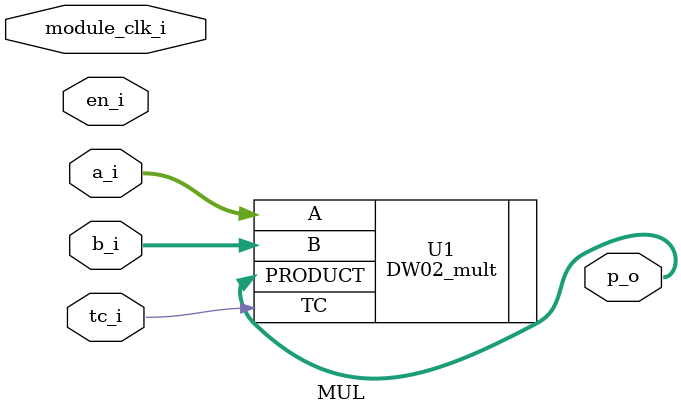
<source format=sv>
/*
###########################################
# Title:  MAC.sv
# Author: Michal Gorywoda
# Date:   26.04.2023
###########################################
*/
module MUL #
(
    parameter   DATA_WIDTH = 32
)(


    input                       module_clk_i,
    input                       en_i,
    input    [DATA_WIDTH-1:0]   a_i,

    input    [DATA_WIDTH-1:0]   b_i,

    input                   tc_i,

    output  logic unsigned  [2*DATA_WIDTH-1:0]    p_o
);

logic clk_gated;

CKLNQD24 MUL_GATE(
    .TE(en_i),
    .E(en_i),
    .CP(module_clk_i),
    .Q(clk_gated)
);


DW02_mult #(DATA_WIDTH, DATA_WIDTH)
    U1 ( 
        .A(a_i), 
        .B(b_i), 
        .TC(tc_i), 
        .PRODUCT(p_o) 
    );


endmodule
</source>
